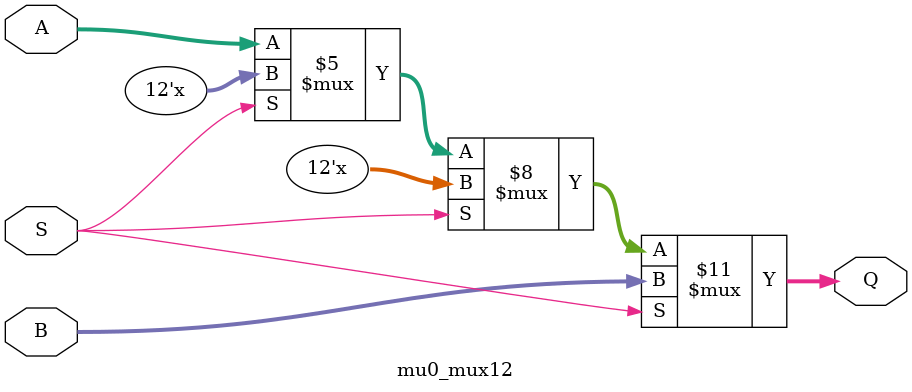
<source format=v>

`timescale 1ns/100ps

// for simulation purposes, do not delete
`default_nettype none


module mu0_mux12(input  wire [11:0] A,
	             input  wire [11:0] B,
			     input  wire        S,
			     output reg  [11:0] Q);


// Combinatorial logic for 2to1 multiplexor
// S is select, A channel0, B channel1
always @ (*)
begin
	if (S == 1) Q = B;
	else if (S == 0) Q = A;
	else Q = 12'hxxx;
end
endmodule

// for simulation purposes, do not delete
`default_nettype wire

</source>
